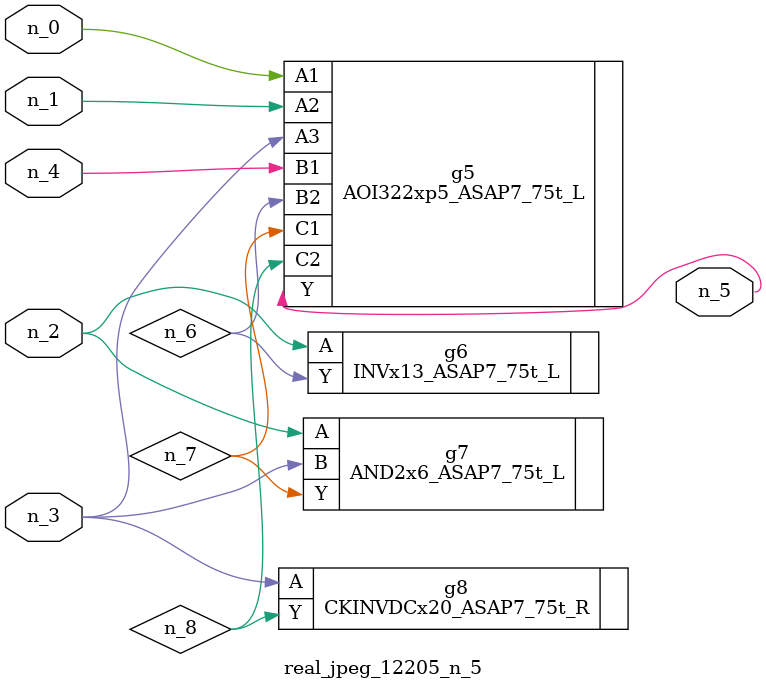
<source format=v>
module real_jpeg_12205_n_5 (n_4, n_0, n_1, n_2, n_3, n_5);

input n_4;
input n_0;
input n_1;
input n_2;
input n_3;

output n_5;

wire n_8;
wire n_6;
wire n_7;

AOI322xp5_ASAP7_75t_L g5 ( 
.A1(n_0),
.A2(n_1),
.A3(n_3),
.B1(n_4),
.B2(n_6),
.C1(n_7),
.C2(n_8),
.Y(n_5)
);

INVx13_ASAP7_75t_L g6 ( 
.A(n_2),
.Y(n_6)
);

AND2x6_ASAP7_75t_L g7 ( 
.A(n_2),
.B(n_3),
.Y(n_7)
);

CKINVDCx20_ASAP7_75t_R g8 ( 
.A(n_3),
.Y(n_8)
);


endmodule
</source>
